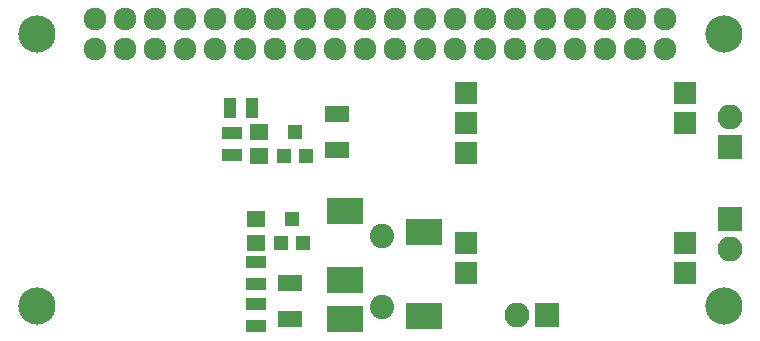
<source format=gts>
G04 #@! TF.FileFunction,Soldermask,Top*
%FSLAX46Y46*%
G04 Gerber Fmt 4.6, Leading zero omitted, Abs format (unit mm)*
G04 Created by KiCad (PCBNEW 4.0.6-e0-6349~53~ubuntu16.04.1) date Wed Mar 29 22:02:49 2017*
%MOMM*%
%LPD*%
G01*
G04 APERTURE LIST*
%ADD10C,0.100000*%
%ADD11R,1.650000X1.400000*%
%ADD12R,1.100000X1.700000*%
%ADD13R,1.700000X1.100000*%
%ADD14R,1.200000X1.300000*%
%ADD15C,1.924000*%
%ADD16C,3.150000*%
%ADD17R,3.150000X2.200000*%
%ADD18C,2.050000*%
%ADD19R,2.100000X2.100000*%
%ADD20O,2.100000X2.100000*%
%ADD21R,1.924000X1.924000*%
%ADD22R,2.000000X1.400000*%
G04 APERTURE END LIST*
D10*
D11*
X138176000Y-103648000D03*
X138176000Y-105648000D03*
X137922000Y-113014000D03*
X137922000Y-111014000D03*
D12*
X135702000Y-101600000D03*
X137602000Y-101600000D03*
D13*
X135890000Y-103698000D03*
X135890000Y-105598000D03*
X137922000Y-116520000D03*
X137922000Y-114620000D03*
X137922000Y-118176000D03*
X137922000Y-120076000D03*
D14*
X140274000Y-105648000D03*
X142174000Y-105648000D03*
X141224000Y-103648000D03*
X140020000Y-113014000D03*
X141920000Y-113014000D03*
X140970000Y-111014000D03*
D15*
X124308000Y-96596000D03*
X124308000Y-94056000D03*
X126848000Y-96596000D03*
X126848000Y-94056000D03*
X129388000Y-96596000D03*
X129388000Y-94056000D03*
X131928000Y-96596000D03*
X131928000Y-94056000D03*
X134468000Y-96596000D03*
X134468000Y-94056000D03*
X137008000Y-96596000D03*
X137008000Y-94056000D03*
X139548000Y-96596000D03*
X139548000Y-94056000D03*
X142088000Y-96596000D03*
X142088000Y-94056000D03*
X144628000Y-96596000D03*
X144628000Y-94056000D03*
X147168000Y-96596000D03*
X147168000Y-94056000D03*
X149708000Y-96596000D03*
X149708000Y-94056000D03*
X152248000Y-96596000D03*
X152248000Y-94056000D03*
X154788000Y-96596000D03*
X154788000Y-94056000D03*
X157328000Y-96596000D03*
X157328000Y-94056000D03*
X159868000Y-96596000D03*
X159868000Y-94056000D03*
X162408000Y-96596000D03*
X162408000Y-94056000D03*
X164948000Y-96596000D03*
X164948000Y-94056000D03*
X167488000Y-96596000D03*
X167488000Y-94056000D03*
X170028000Y-96596000D03*
X170028000Y-94056000D03*
X172568000Y-96596000D03*
X172568000Y-94056000D03*
D16*
X119355000Y-95326000D03*
X177521000Y-95326000D03*
X119355000Y-118313000D03*
X177521000Y-118313000D03*
D17*
X145415000Y-119462000D03*
X145415000Y-116162000D03*
X145415000Y-110312000D03*
X152165000Y-119212000D03*
X152165000Y-112112000D03*
D18*
X148590000Y-118412000D03*
X148590000Y-112412000D03*
D19*
X178054000Y-104902000D03*
D20*
X178054000Y-102362000D03*
D19*
X178054000Y-110998000D03*
D20*
X178054000Y-113538000D03*
D21*
X174244000Y-100330000D03*
X174244000Y-102870000D03*
X174244000Y-113030000D03*
X174244000Y-115570000D03*
X155702000Y-100330000D03*
X155702000Y-102870000D03*
X155702000Y-105410000D03*
X155702000Y-113030000D03*
X155702000Y-115570000D03*
D22*
X140818000Y-119432000D03*
X140818000Y-116432000D03*
X144780000Y-105132000D03*
X144780000Y-102132000D03*
D19*
X162560000Y-119126000D03*
D20*
X160020000Y-119126000D03*
M02*

</source>
